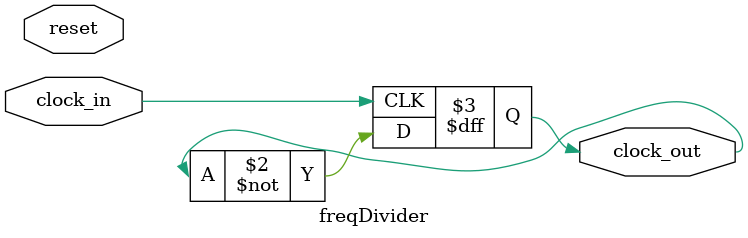
<source format=v>
module freqDivider(clock_in, clock_out, reset);
	input clock_in,reset;
	output clock_out;
	reg clock_out;
	reg [31:0] count;
	always@(posedge clock_in)
	begin 
		clock_out <= ~clock_out;
	end

endmodule

</source>
